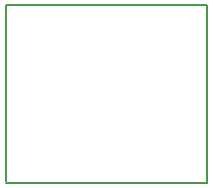
<source format=gko>
G04 #@! TF.FileFunction,Profile,NP*
%FSLAX46Y46*%
G04 Gerber Fmt 4.6, Leading zero omitted, Abs format (unit mm)*
G04 Created by KiCad (PCBNEW 4.0.4-1.fc24-product) date Tue Jun 12 13:17:19 2018*
%MOMM*%
%LPD*%
G01*
G04 APERTURE LIST*
%ADD10C,0.100000*%
%ADD11C,0.150000*%
G04 APERTURE END LIST*
D10*
D11*
X146000000Y-96000000D02*
X146000000Y-81000000D01*
X129000000Y-96000000D02*
X146000000Y-96000000D01*
X129000000Y-81000000D02*
X129000000Y-95900000D01*
X146000000Y-81000000D02*
X129000000Y-81000000D01*
M02*

</source>
